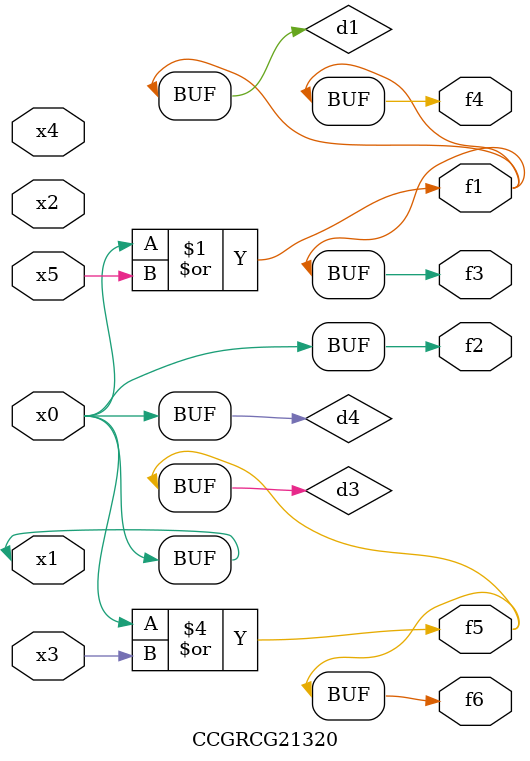
<source format=v>
module CCGRCG21320(
	input x0, x1, x2, x3, x4, x5,
	output f1, f2, f3, f4, f5, f6
);

	wire d1, d2, d3, d4;

	or (d1, x0, x5);
	xnor (d2, x1, x4);
	or (d3, x0, x3);
	buf (d4, x0, x1);
	assign f1 = d1;
	assign f2 = d4;
	assign f3 = d1;
	assign f4 = d1;
	assign f5 = d3;
	assign f6 = d3;
endmodule

</source>
